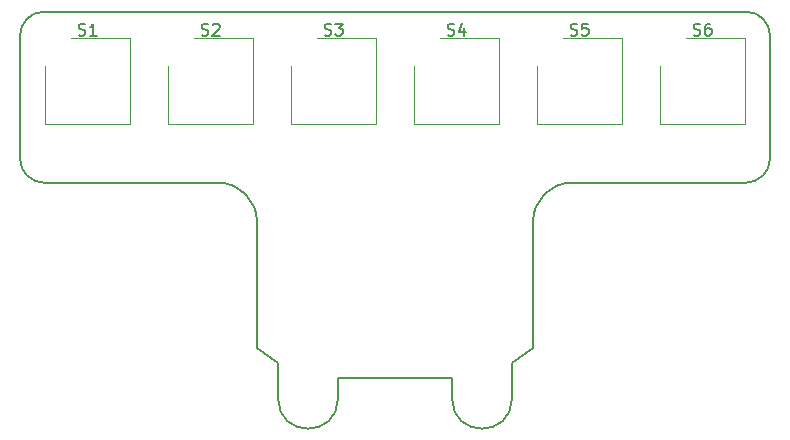
<source format=gbr>
%TF.GenerationSoftware,KiCad,Pcbnew,(5.0.1-3-g963ef8bb5)*%
%TF.CreationDate,2018-11-27T10:46:30+01:00*%
%TF.ProjectId,sensores,73656E736F7265732E6B696361645F70,rev?*%
%TF.SameCoordinates,Original*%
%TF.FileFunction,Legend,Top*%
%TF.FilePolarity,Positive*%
%FSLAX46Y46*%
G04 Gerber Fmt 4.6, Leading zero omitted, Abs format (unit mm)*
G04 Created by KiCad (PCBNEW (5.0.1-3-g963ef8bb5)) date 2018 November 27, Tuesday 10:46:30*
%MOMM*%
%LPD*%
G01*
G04 APERTURE LIST*
%ADD10C,0.150000*%
%ADD11C,0.200000*%
%ADD12C,0.120000*%
G04 APERTURE END LIST*
D10*
X134620000Y-95504000D02*
X134620000Y-97282000D01*
X124968000Y-95504000D02*
X124968000Y-97282000D01*
X124968000Y-95504000D02*
X134620000Y-95504000D01*
X139700000Y-97282000D02*
G75*
G02X134620000Y-97282000I-2540000J0D01*
G01*
X124968000Y-97282000D02*
G75*
G02X119888000Y-97282000I-2540000J0D01*
G01*
X141478000Y-82296000D02*
X141478000Y-92964000D01*
X118110000Y-82296000D02*
X118110000Y-92964000D01*
X100076000Y-78994000D02*
X114808000Y-78994000D01*
X98044000Y-66548000D02*
X98044000Y-76962000D01*
X159512000Y-64516000D02*
X100076000Y-64516000D01*
X161544000Y-76962000D02*
X161544000Y-66548000D01*
X144780000Y-78994000D02*
X159512000Y-78994000D01*
D11*
X141478000Y-82296000D02*
G75*
G02X144780000Y-78994000I3302000J0D01*
G01*
X114808000Y-78994000D02*
G75*
G02X118110000Y-82296000I0J-3302000D01*
G01*
X100076000Y-78994000D02*
G75*
G02X98044000Y-76962000I0J2032000D01*
G01*
X161544000Y-76962000D02*
G75*
G02X159512000Y-78994000I-2032000J0D01*
G01*
D10*
X159512000Y-64516000D02*
G75*
G02X161544000Y-66548000I0J-2032000D01*
G01*
X98044000Y-66548000D02*
G75*
G02X100076000Y-64516000I2032000J0D01*
G01*
X118110000Y-92964000D02*
X119888000Y-94234000D01*
X139700000Y-94234000D02*
X141478000Y-92964000D01*
X139700000Y-94234000D02*
X139700000Y-97282000D01*
X119888000Y-94234000D02*
X119888000Y-97282000D01*
D12*
X107362000Y-73988000D02*
X107362000Y-66788000D01*
X100162000Y-73988000D02*
X107362000Y-73988000D01*
X100162000Y-69088000D02*
X100162000Y-73988000D01*
X107362000Y-66788000D02*
X102362000Y-66788000D01*
X117776000Y-66788000D02*
X112776000Y-66788000D01*
X110576000Y-69088000D02*
X110576000Y-73988000D01*
X110576000Y-73988000D02*
X117776000Y-73988000D01*
X117776000Y-73988000D02*
X117776000Y-66788000D01*
X128190000Y-73988000D02*
X128190000Y-66788000D01*
X120990000Y-73988000D02*
X128190000Y-73988000D01*
X120990000Y-69088000D02*
X120990000Y-73988000D01*
X128190000Y-66788000D02*
X123190000Y-66788000D01*
X138604000Y-66788000D02*
X133604000Y-66788000D01*
X131404000Y-69088000D02*
X131404000Y-73988000D01*
X131404000Y-73988000D02*
X138604000Y-73988000D01*
X138604000Y-73988000D02*
X138604000Y-66788000D01*
X149018000Y-73988000D02*
X149018000Y-66788000D01*
X141818000Y-73988000D02*
X149018000Y-73988000D01*
X141818000Y-69088000D02*
X141818000Y-73988000D01*
X149018000Y-66788000D02*
X144018000Y-66788000D01*
X159432000Y-66788000D02*
X154432000Y-66788000D01*
X152232000Y-69088000D02*
X152232000Y-73988000D01*
X152232000Y-73988000D02*
X159432000Y-73988000D01*
X159432000Y-73988000D02*
X159432000Y-66788000D01*
D10*
X103000095Y-66492761D02*
X103142952Y-66540380D01*
X103381047Y-66540380D01*
X103476285Y-66492761D01*
X103523904Y-66445142D01*
X103571523Y-66349904D01*
X103571523Y-66254666D01*
X103523904Y-66159428D01*
X103476285Y-66111809D01*
X103381047Y-66064190D01*
X103190571Y-66016571D01*
X103095333Y-65968952D01*
X103047714Y-65921333D01*
X103000095Y-65826095D01*
X103000095Y-65730857D01*
X103047714Y-65635619D01*
X103095333Y-65588000D01*
X103190571Y-65540380D01*
X103428666Y-65540380D01*
X103571523Y-65588000D01*
X104523904Y-66540380D02*
X103952476Y-66540380D01*
X104238190Y-66540380D02*
X104238190Y-65540380D01*
X104142952Y-65683238D01*
X104047714Y-65778476D01*
X103952476Y-65826095D01*
X113414095Y-66492761D02*
X113556952Y-66540380D01*
X113795047Y-66540380D01*
X113890285Y-66492761D01*
X113937904Y-66445142D01*
X113985523Y-66349904D01*
X113985523Y-66254666D01*
X113937904Y-66159428D01*
X113890285Y-66111809D01*
X113795047Y-66064190D01*
X113604571Y-66016571D01*
X113509333Y-65968952D01*
X113461714Y-65921333D01*
X113414095Y-65826095D01*
X113414095Y-65730857D01*
X113461714Y-65635619D01*
X113509333Y-65588000D01*
X113604571Y-65540380D01*
X113842666Y-65540380D01*
X113985523Y-65588000D01*
X114366476Y-65635619D02*
X114414095Y-65588000D01*
X114509333Y-65540380D01*
X114747428Y-65540380D01*
X114842666Y-65588000D01*
X114890285Y-65635619D01*
X114937904Y-65730857D01*
X114937904Y-65826095D01*
X114890285Y-65968952D01*
X114318857Y-66540380D01*
X114937904Y-66540380D01*
X123828095Y-66492761D02*
X123970952Y-66540380D01*
X124209047Y-66540380D01*
X124304285Y-66492761D01*
X124351904Y-66445142D01*
X124399523Y-66349904D01*
X124399523Y-66254666D01*
X124351904Y-66159428D01*
X124304285Y-66111809D01*
X124209047Y-66064190D01*
X124018571Y-66016571D01*
X123923333Y-65968952D01*
X123875714Y-65921333D01*
X123828095Y-65826095D01*
X123828095Y-65730857D01*
X123875714Y-65635619D01*
X123923333Y-65588000D01*
X124018571Y-65540380D01*
X124256666Y-65540380D01*
X124399523Y-65588000D01*
X124732857Y-65540380D02*
X125351904Y-65540380D01*
X125018571Y-65921333D01*
X125161428Y-65921333D01*
X125256666Y-65968952D01*
X125304285Y-66016571D01*
X125351904Y-66111809D01*
X125351904Y-66349904D01*
X125304285Y-66445142D01*
X125256666Y-66492761D01*
X125161428Y-66540380D01*
X124875714Y-66540380D01*
X124780476Y-66492761D01*
X124732857Y-66445142D01*
X134242095Y-66492761D02*
X134384952Y-66540380D01*
X134623047Y-66540380D01*
X134718285Y-66492761D01*
X134765904Y-66445142D01*
X134813523Y-66349904D01*
X134813523Y-66254666D01*
X134765904Y-66159428D01*
X134718285Y-66111809D01*
X134623047Y-66064190D01*
X134432571Y-66016571D01*
X134337333Y-65968952D01*
X134289714Y-65921333D01*
X134242095Y-65826095D01*
X134242095Y-65730857D01*
X134289714Y-65635619D01*
X134337333Y-65588000D01*
X134432571Y-65540380D01*
X134670666Y-65540380D01*
X134813523Y-65588000D01*
X135670666Y-65873714D02*
X135670666Y-66540380D01*
X135432571Y-65492761D02*
X135194476Y-66207047D01*
X135813523Y-66207047D01*
X144656095Y-66492761D02*
X144798952Y-66540380D01*
X145037047Y-66540380D01*
X145132285Y-66492761D01*
X145179904Y-66445142D01*
X145227523Y-66349904D01*
X145227523Y-66254666D01*
X145179904Y-66159428D01*
X145132285Y-66111809D01*
X145037047Y-66064190D01*
X144846571Y-66016571D01*
X144751333Y-65968952D01*
X144703714Y-65921333D01*
X144656095Y-65826095D01*
X144656095Y-65730857D01*
X144703714Y-65635619D01*
X144751333Y-65588000D01*
X144846571Y-65540380D01*
X145084666Y-65540380D01*
X145227523Y-65588000D01*
X146132285Y-65540380D02*
X145656095Y-65540380D01*
X145608476Y-66016571D01*
X145656095Y-65968952D01*
X145751333Y-65921333D01*
X145989428Y-65921333D01*
X146084666Y-65968952D01*
X146132285Y-66016571D01*
X146179904Y-66111809D01*
X146179904Y-66349904D01*
X146132285Y-66445142D01*
X146084666Y-66492761D01*
X145989428Y-66540380D01*
X145751333Y-66540380D01*
X145656095Y-66492761D01*
X145608476Y-66445142D01*
X155070095Y-66492761D02*
X155212952Y-66540380D01*
X155451047Y-66540380D01*
X155546285Y-66492761D01*
X155593904Y-66445142D01*
X155641523Y-66349904D01*
X155641523Y-66254666D01*
X155593904Y-66159428D01*
X155546285Y-66111809D01*
X155451047Y-66064190D01*
X155260571Y-66016571D01*
X155165333Y-65968952D01*
X155117714Y-65921333D01*
X155070095Y-65826095D01*
X155070095Y-65730857D01*
X155117714Y-65635619D01*
X155165333Y-65588000D01*
X155260571Y-65540380D01*
X155498666Y-65540380D01*
X155641523Y-65588000D01*
X156498666Y-65540380D02*
X156308190Y-65540380D01*
X156212952Y-65588000D01*
X156165333Y-65635619D01*
X156070095Y-65778476D01*
X156022476Y-65968952D01*
X156022476Y-66349904D01*
X156070095Y-66445142D01*
X156117714Y-66492761D01*
X156212952Y-66540380D01*
X156403428Y-66540380D01*
X156498666Y-66492761D01*
X156546285Y-66445142D01*
X156593904Y-66349904D01*
X156593904Y-66111809D01*
X156546285Y-66016571D01*
X156498666Y-65968952D01*
X156403428Y-65921333D01*
X156212952Y-65921333D01*
X156117714Y-65968952D01*
X156070095Y-66016571D01*
X156022476Y-66111809D01*
M02*

</source>
